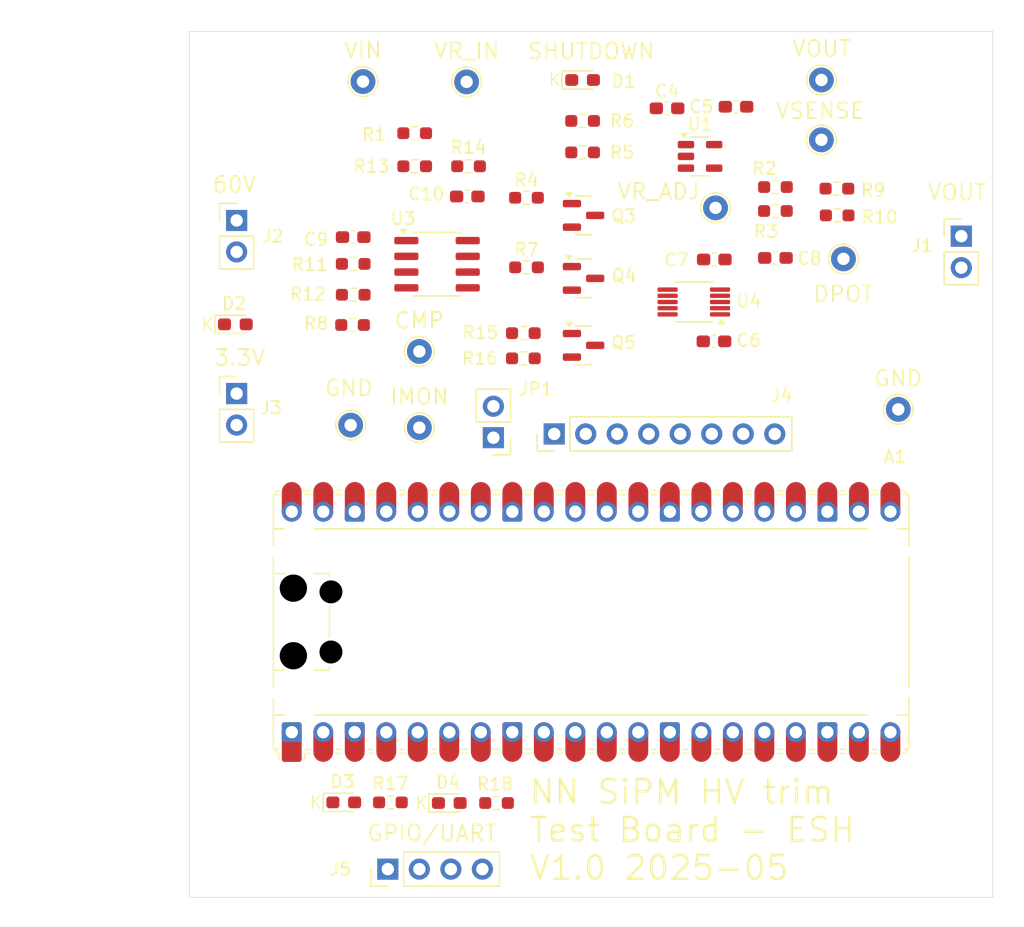
<source format=kicad_pcb>
(kicad_pcb (version 20241229) (generator "pcbnew") (generator_version "9.0")
  (layers (0 "F.Cu" signal) (4 "In1.Cu" signal) (6 "In2.Cu" signal) (2 "B.Cu" signal) (13 "F.Paste" user) (15 "B.Paste" user) (5 "F.SilkS" user "F.Silkscreen") (7 "B.SilkS" user "B.Silkscreen") (1 "F.Mask" user) (3 "B.Mask" user) (25 "Edge.Cuts" user))
  (net 0 "")
  (net 1 "/IMON")
  (net 2 "/SHDN")
  (net 4 "/RESET")
  (net 6 "/SDA")
  (net 8 "/LED2")
  (net 9 "/VSENSE")
  (net 10 "/GP0{slash}TX")
  (net 11 "Net-(U1-VIN)")
  (net 12 "/GP2")
  (net 13 "Net-(U3-V_{IN+})")
  (net 16 "Net-(U3-V_{IN-})")
  (net 19 "/LED1")
  (net 24 "Net-(D2-A)")
  (net 25 "/GP1{slash}RX")
  (net 30 "Net-(Q3-G)")
  (net 35 "GND")
  (net 36 "Net-(J2-Pin_1)")
  (net 37 "Net-(Q5-D)")
  (net 38 "+3.3V")
  (net 39 "Net-(U4-EXT_CAP)")
  (net 40 "Net-(U1-ADJ)")
  (net 41 "Net-(D1-A)")
  (net 42 "Net-(J1-Pin_1)")
  (net 43 "/SCLK")
  (net 44 "/SHUTDOWN")
  (net 45 "/~{SYNC}")
  (net 46 "Net-(U4-A)")
  (net 47 "Net-(U3-CMP_{IN})")
  (net 49 "Net-(D3-A)")
  (net 50 "Net-(D4-A)")
  (net 51 "Net-(A1-3V3)")
  (footprint "Package_TO_SOT_SMD:SOT-23" (layer "F.Cu") (at 114.3277 68.4936)
    (property "Reference" "Q5" (at 3.2235 -0.2184 0) (layer "F.SilkS"))
    (property "Value" "BSS138")
    (pad "1" smd roundrect (at -0.9375 -0.95) (size 1.475 0.6) (layers "F.Cu" "F.Mask" "F.Paste") (net 4 "/RESET"))
    (pad "2" smd roundrect (at -0.9375 0.95) (size 1.475 0.6) (layers "F.Cu" "F.Mask" "F.Paste") (net 35 "GND"))
    (pad "3" smd roundrect (at 0.9375 0) (size 1.475 0.6) (layers "F.Cu" "F.Mask" "F.Paste") (net 37 "Net-(Q5-D)"))
  )
  (footprint "my_tp:tp_SMT_label2" (layer "F.Cu") (at 101.092 75.1332)
    (property "Reference" "TP7" (hide yes))
    (property "Value" "IMON")
    (property "Label" "IMON" (at 0 -2.5 0) (layer "F.SilkS") (effects (font (size 1.27 1.27) (thickness 0.1524))))
    (pad "1" thru_hole circle (at 0 0) (size 2 2) (drill 1) (layers "*.Cu" "*.Mask") (net 1 "/IMON"))
  )
  (footprint "Capacitor_SMD:C_0603_1608Metric_Pad1.08x0.95mm_HandSolder" (layer "F.Cu") (at 129.7952 61.4426)
    (property "Reference" "C8" (at 2.742 0.0254 0) (layer "F.SilkS"))
    (property "Value" "N/A")
    (pad "1" smd roundrect (at -0.8625 0) (size 1.075 0.95) (layers "F.Cu" "F.Mask" "F.Paste") (net 40 "Net-(U1-ADJ)"))
    (pad "2" smd roundrect (at 0.8625 0) (size 1.075 0.95) (layers "F.Cu" "F.Mask" "F.Paste") (net 35 "GND"))
  )
  (footprint "Resistor_SMD:R_0603_1608Metric_Pad0.98x0.95mm_HandSolder" (layer "F.Cu") (at 105.0586 54.0512 180)
    (property "Reference" "R14" (at 0 1.524 0) (layer "F.SilkS"))
    (property "Value" "0R")
    (pad "1" smd roundrect (at -0.9125 0 180) (size 0.975 0.95) (layers "F.Cu" "F.Mask" "F.Paste") (net 16 "Net-(U3-V_{IN-})"))
    (pad "2" smd roundrect (at 0.9125 0 180) (size 0.975 0.95) (layers "F.Cu" "F.Mask" "F.Paste") (net 11 "Net-(U1-VIN)"))
  )
  (footprint "Resistor_SMD:R_0603_1608Metric_Pad0.98x0.95mm_HandSolder" (layer "F.Cu") (at 134.7512 55.8546)
    (property "Reference" "R9" (at 2.921 0.127 0) (layer "F.SilkS"))
    (property "Value" "200k 1%")
    (pad "1" smd roundrect (at -0.9125 0) (size 0.975 0.95) (layers "F.Cu" "F.Mask" "F.Paste") (net 42 "Net-(J1-Pin_1)"))
    (pad "2" smd roundrect (at 0.9125 0) (size 0.975 0.95) (layers "F.Cu" "F.Mask" "F.Paste") (net 9 "/VSENSE"))
  )
  (footprint "Capacitor_SMD:C_0603_1608Metric_Pad1.08x0.95mm_HandSolder" (layer "F.Cu") (at 121.0587 49.3776 180)
    (property "Reference" "C4" (at 0 1.397 0) (layer "F.SilkS"))
    (property "Value" "1uF")
    (pad "1" smd roundrect (at -0.8625 0 180) (size 1.075 0.95) (layers "F.Cu" "F.Mask" "F.Paste") (net 11 "Net-(U1-VIN)"))
    (pad "2" smd roundrect (at 0.8625 0 180) (size 1.075 0.95) (layers "F.Cu" "F.Mask" "F.Paste") (net 35 "GND"))
  )
  (footprint "my_smt_led:my_SMT_0603" (layer "F.Cu") (at 114.2492 47.0916)
    (property "Reference" "D1" (at 3.302 0.1016 0) (layer "F.SilkS"))
    (property "Value" "LED")
    (fp_text user "K" (at -2.8 0.6 0) (layer "F.SilkS") (effects (font (thickness 0.1)) (justify left bottom)))
    (pad "1" smd roundrect (at -0.875 0) (size 1.05 0.95) (layers "F.Cu" "F.Mask" "F.Paste") (net 2 "/SHDN"))
    (pad "2" smd roundrect (at 0.875 0) (size 1.05 0.95) (layers "F.Cu" "F.Mask" "F.Paste") (net 41 "Net-(D1-A)"))
  )
  (footprint "Connector_PinHeader_2.54mm:PinHeader_1x02_P2.54mm_Vertical" (layer "F.Cu") (at 86.36 72.385)
    (property "Reference" "J3" (at 2.794 1.148 0) (layer "F.SilkS"))
    (property "Value" "Conn_01x02")
    (pad "1" thru_hole rect (at 0 0) (size 1.7 1.7) (drill 1) (layers "*.Cu" "*.Mask") (net 38 "+3.3V"))
    (pad "2" thru_hole circle (at 0 2.54) (size 1.7 1.7) (drill 1) (layers "*.Cu" "*.Mask") (net 35 "GND"))
  )
  (footprint "Resistor_SMD:R_0603_1608Metric_Pad0.98x0.95mm_HandSolder" (layer "F.Cu") (at 129.794 57.658)
    (property "Reference" "R3" (at -0.762 1.651 0) (layer "F.SilkS"))
    (property "Value" "50.0k 1%")
    (pad "1" smd roundrect (at -0.9125 0) (size 0.975 0.95) (layers "F.Cu" "F.Mask" "F.Paste") (net 40 "Net-(U1-ADJ)"))
    (pad "2" smd roundrect (at 0.9125 0) (size 0.975 0.95) (layers "F.Cu" "F.Mask" "F.Paste") (net 46 "Net-(U4-A)"))
  )
  (footprint "Connector_PinHeader_2.54mm:PinHeader_1x02_P2.54mm_Vertical" (layer "F.Cu") (at 86.36 58.42)
    (property "Reference" "J2" (at 2.921 1.275 0) (layer "F.SilkS"))
    (property "Value" "Conn_01x02")
    (pad "1" thru_hole rect (at 0 0) (size 1.7 1.7) (drill 1) (layers "*.Cu" "*.Mask") (net 36 "Net-(J2-Pin_1)"))
    (pad "2" thru_hole circle (at 0 2.54) (size 1.7 1.7) (drill 1) (layers "*.Cu" "*.Mask") (net 35 "GND"))
  )
  (footprint "Capacitor_SMD:C_0603_1608Metric_Pad1.08x0.95mm_HandSolder" (layer "F.Cu") (at 126.6202 49.2506 180)
    (property "Reference" "C5" (at 2.794 0 0) (layer "F.SilkS"))
    (property "Value" "1.0uF")
    (pad "1" smd roundrect (at -0.8625 0 180) (size 1.075 0.95) (layers "F.Cu" "F.Mask" "F.Paste") (net 42 "Net-(J1-Pin_1)"))
    (pad "2" smd roundrect (at 0.8625 0 180) (size 1.075 0.95) (layers "F.Cu" "F.Mask" "F.Paste") (net 35 "GND"))
  )
  (footprint "Resistor_SMD:R_0603_1608Metric_Pad0.98x0.95mm_HandSolder" (layer "F.Cu") (at 134.7747 58.0136 180)
    (property "Reference" "R10" (at -3.429 -0.127 0) (layer "F.SilkS"))
    (property "Value" "10.0k 1%")
    (pad "1" smd roundrect (at -0.9125 0 180) (size 0.975 0.95) (layers "F.Cu" "F.Mask" "F.Paste") (net 9 "/VSENSE"))
    (pad "2" smd roundrect (at 0.9125 0 180) (size 0.975 0.95) (layers "F.Cu" "F.Mask" "F.Paste") (net 35 "GND"))
  )
  (footprint "Resistor_SMD:R_0603_1608Metric_Pad0.98x0.95mm_HandSolder" (layer "F.Cu") (at 109.728 56.5912)
    (property "Reference" "R4" (at 0 -1.43 0) (layer "F.SilkS"))
    (property "Value" "4.7k")
    (pad "1" smd roundrect (at -0.9125 0) (size 0.975 0.95) (layers "F.Cu" "F.Mask" "F.Paste") (net 38 "+3.3V"))
    (pad "2" smd roundrect (at 0.9125 0) (size 0.975 0.95) (layers "F.Cu" "F.Mask" "F.Paste") (net 30 "Net-(Q3-G)"))
  )
  (footprint "Capacitor_SMD:C_0603_1608Metric_Pad1.08x0.95mm_HandSolder" (layer "F.Cu") (at 104.957 56.4896)
    (property "Reference" "C10" (at -3.3062 -0.2032 0) (layer "F.SilkS"))
    (property "Value" "~")
    (pad "1" smd roundrect (at -0.8625 0) (size 1.075 0.95) (layers "F.Cu" "F.Mask" "F.Paste") (net 13 "Net-(U3-V_{IN+})"))
    (pad "2" smd roundrect (at 0.8625 0) (size 1.075 0.95) (layers "F.Cu" "F.Mask" "F.Paste") (net 16 "Net-(U3-V_{IN-})"))
  )
  (footprint "Resistor_SMD:R_0603_1608Metric_Pad0.98x0.95mm_HandSolder" (layer "F.Cu") (at 100.7152 54.0512 180)
    (property "Reference" "R13" (at 3.484 0 0) (layer "F.SilkS"))
    (property "Value" "0R")
    (pad "1" smd roundrect (at -0.9125 0 180) (size 0.975 0.95) (layers "F.Cu" "F.Mask" "F.Paste") (net 13 "Net-(U3-V_{IN+})"))
    (pad "2" smd roundrect (at 0.9125 0 180) (size 0.975 0.95) (layers "F.Cu" "F.Mask" "F.Paste") (net 36 "Net-(J2-Pin_1)"))
  )
  (footprint "Resistor_SMD:R_0603_1608Metric_Pad0.98x0.95mm_HandSolder" (layer "F.Cu") (at 109.4759 69.5452)
    (property "Reference" "R16" (at -3.5052 0 0) (layer "F.SilkS"))
    (property "Value" "100k")
    (pad "1" smd roundrect (at -0.9125 0) (size 0.975 0.95) (layers "F.Cu" "F.Mask" "F.Paste") (net 4 "/RESET"))
    (pad "2" smd roundrect (at 0.9125 0) (size 0.975 0.95) (layers "F.Cu" "F.Mask" "F.Paste") (net 35 "GND"))
  )
  (footprint "my_smt_led:my_SMT_0603" (layer "F.Cu") (at 94.996 105.3592)
    (property "Reference" "D3" (at -0.1016 -1.6764 0) (layer "F.SilkS"))
    (property "Value" "LED")
    (fp_text user "K" (at -2.8 0.6 0) (layer "F.SilkS") (effects (font (thickness 0.1)) (justify left bottom)))
    (pad "1" smd roundrect (at -0.875 0) (size 1.05 0.95) (layers "F.Cu" "F.Mask" "F.Paste") (net 35 "GND"))
    (pad "2" smd roundrect (at 0.875 0) (size 1.05 0.95) (layers "F.Cu" "F.Mask" "F.Paste") (net 49 "Net-(D3-A)"))
  )
  (footprint "my_tp:tp_SMT_label2" (layer "F.Cu") (at 133.5047 47.0916)
    (property "Reference" "TP4" (hide yes))
    (property "Value" "OUTPUT")
    (property "Label" "VOUT" (at 0 -2.54 180) (layer "F.SilkS") (effects (font (size 1.27 1.27) (thickness 0.1524))))
    (pad "1" thru_hole circle (at 0 0) (size 2 2) (drill 1) (layers "*.Cu" "*.Mask") (net 42 "Net-(J1-Pin_1)"))
  )
  (footprint "my_smt_led:my_SMT_0603" (layer "F.Cu") (at 86.2584 66.802)
    (property "Reference" "D2" (at -0.1016 -1.6764 0) (layer "F.SilkS"))
    (property "Value" "LED")
    (fp_text user "K" (at -2.8 0.6 0) (layer "F.SilkS") (effects (font (thickness 0.1)) (justify left bottom)))
    (pad "1" smd roundrect (at -0.875 0) (size 1.05 0.95) (layers "F.Cu" "F.Mask" "F.Paste") (net 35 "GND"))
    (pad "2" smd roundrect (at 0.875 0) (size 1.05 0.95) (layers "F.Cu" "F.Mask" "F.Paste") (net 24 "Net-(D2-A)"))
  )
  (footprint "Resistor_SMD:R_0603_1608Metric_Pad0.98x0.95mm_HandSolder" (layer "F.Cu") (at 109.474 67.5132 180)
    (property "Reference" "R15" (at 3.4525 0.0508 0) (layer "F.SilkS"))
    (property "Value" "10k")
    (pad "1" smd roundrect (at -0.9125 0 180) (size 0.975 0.95) (layers "F.Cu" "F.Mask" "F.Paste") (net 38 "+3.3V"))
    (pad "2" smd roundrect (at 0.9125 0 180) (size 0.975 0.95) (layers "F.Cu" "F.Mask" "F.Paste") (net 37 "Net-(Q5-D)"))
  )
  (footprint "Package_SO:SOIC-8_3.9x4.9mm_P1.27mm" (layer "F.Cu") (at 102.5167 61.9506)
    (property "Reference" "U3" (at -2.7455 -3.683 0) (layer "F.SilkS"))
    (property "Value" "INA201")
    (pad "1" smd roundrect (at -2.475 -1.905) (size 1.95 0.6) (layers "F.Cu" "F.Mask" "F.Paste") (net 38 "+3.3V"))
    (pad "2" smd roundrect (at -2.475 -0.635) (size 1.95 0.6) (layers "F.Cu" "F.Mask" "F.Paste") (net 1 "/IMON"))
    (pad "3" smd roundrect (at -2.475 0.635) (size 1.95 0.6) (layers "F.Cu" "F.Mask" "F.Paste") (net 47 "Net-(U3-CMP_{IN})"))
    (pad "4" smd roundrect (at -2.475 1.905) (size 1.95 0.6) (layers "F.Cu" "F.Mask" "F.Paste") (net 35 "GND"))
    (pad "5" smd roundrect (at 2.475 1.905) (size 1.95 0.6) (layers "F.Cu" "F.Mask" "F.Paste") (net 37 "Net-(Q5-D)"))
    (pad "6" smd roundrect (at 2.475 0.635) (size 1.95 0.6) (layers "F.Cu" "F.Mask" "F.Paste") (net 30 "Net-(Q3-G)"))
    (pad "7" smd roundrect (at 2.475 -0.635) (size 1.95 0.6) (layers "F.Cu" "F.Mask" "F.Paste") (net 16 "Net-(U3-V_{IN-})"))
    (pad "8" smd roundrect (at 2.475 -1.905) (size 1.95 0.6) (layers "F.Cu" "F.Mask" "F.Paste") (net 13 "Net-(U3-V_{IN+})"))
  )
  (footprint "Resistor_SMD:R_0603_1608Metric_Pad0.98x0.95mm_HandSolder" (layer "F.Cu") (at 109.7322 62.2046)
    (property "Reference" "R7" (at 0 -1.43 0) (layer "F.SilkS"))
    (property "Value" "100k")
    (pad "1" smd roundrect (at -0.9125 0) (size 0.975 0.95) (layers "F.Cu" "F.Mask" "F.Paste") (net 44 "/SHUTDOWN"))
    (pad "2" smd roundrect (at 0.9125 0) (size 0.975 0.95) (layers "F.Cu" "F.Mask" "F.Paste") (net 35 "GND"))
  )
  (footprint "Connector_PinHeader_2.54mm:PinHeader_1x04_P2.54mm_Vertical" (layer "F.Cu") (at 98.552 110.744 90)
    (property "Reference" "J5" (at 0 -3.81 180) (layer "F.SilkS"))
    (property "Value" "Conn_01x04")
    (pad "1" thru_hole rect (at 0 0 90) (size 1.7 1.7) (drill 1) (layers "*.Cu" "*.Mask") (net 10 "/GP0{slash}TX"))
    (pad "2" thru_hole circle (at 0 2.54 90) (size 1.7 1.7) (drill 1) (layers "*.Cu" "*.Mask") (net 25 "/GP1{slash}RX"))
    (pad "3" thru_hole circle (at 0 5.08 90) (size 1.7 1.7) (drill 1) (layers "*.Cu" "*.Mask") (net 12 "/GP2"))
    (pad "4" thru_hole circle (at 0 7.62 90) (size 1.7 1.7) (drill 1) (layers "*.Cu" "*.Mask") (net 35 "GND"))
  )
  (footprint "Resistor_SMD:R_0603_1608Metric_Pad0.98x0.95mm_HandSolder" (layer "F.Cu") (at 98.7552 105.3592 180)
    (property "Reference" "R17" (at 0 1.524 0) (layer "F.SilkS"))
    (property "Value" "1.5k")
    (pad "1" smd roundrect (at -0.9125 0 180) (size 0.975 0.95) (layers "F.Cu" "F.Mask" "F.Paste") (net 19 "/LED1"))
    (pad "2" smd roundrect (at 0.9125 0 180) (size 0.975 0.95) (layers "F.Cu" "F.Mask" "F.Paste") (net 49 "Net-(D3-A)"))
  )
  (footprint "Resistor_SMD:R_0603_1608Metric_Pad0.98x0.95mm_HandSolder" (layer "F.Cu") (at 107.315 105.41 180)
    (property "Reference" "R18" (at 0.127 1.524 0) (layer "F.SilkS"))
    (property "Value" "1.5k")
    (pad "1" smd roundrect (at -0.9125 0 180) (size 0.975 0.95) (layers "F.Cu" "F.Mask" "F.Paste") (net 8 "/LED2"))
    (pad "2" smd roundrect (at 0.9125 0 180) (size 0.975 0.95) (layers "F.Cu" "F.Mask" "F.Paste") (net 50 "Net-(D4-A)"))
  )
  (footprint "MountingHole:MountingHole_4.3mm_M4" (layer "F.Cu") (at 87.63 107.95)
    (property "Reference" "H3" (hide yes))
    (property "Value" "MountingHole")
    (pad "" np_thru_hole circle (at 0 0) (size 4.3 4.3) (drill 4.3) (layers "*.Cu" "*.Mask"))
  )
  (footprint "Package_TO_SOT_SMD:SOT-23-5" (layer "F.Cu") (at 123.7202 53.2536)
    (property "Reference" "U1" (at 0 -2.601 0) (layer "F.SilkS"))
    (property "Value" "LT3014xS5")
    (pad "1" smd roundrect (at -1.1375 -0.95) (size 1.325 0.6) (layers "F.Cu" "F.Mask" "F.Paste") (net 11 "Net-(U1-VIN)"))
    (pad "2" smd roundrect (at -1.1375 0) (size 1.325 0.6) (layers "F.Cu" "F.Mask" "F.Paste") (net 35 "GND"))
    (pad "3" smd roundrect (at -1.1375 0.95) (size 1.325 0.6) (layers "F.Cu" "F.Mask" "F.Paste") (net 2 "/SHDN"))
    (pad "4" smd roundrect (at 1.1375 0.95) (size 1.325 0.6) (layers "F.Cu" "F.Mask" "F.Paste") (net 40 "Net-(U1-ADJ)"))
    (pad "5" smd roundrect (at 1.1375 -0.95) (size 1.325 0.6) (layers "F.Cu" "F.Mask" "F.Paste") (net 42 "Net-(J1-Pin_1)"))
  )
  (footprint "my_tp:tp_SMT_label2" (layer "F.Cu") (at 139.7 73.66)
    (property "Reference" "TP10" (hide yes))
    (property "Value" "GND")
    (property "Label" "GND" (at 0 -2.5 0) (layer "F.SilkS") (effects (font (size 1.27 1.27) (thickness 0.1524))))
    (pad "1" thru_hole circle (at 0 0) (size 2 2) (drill 1) (layers "*.Cu" "*.Mask") (net 35 "GND"))
  )
  (footprint "Resistor_SMD:R_0603_1608Metric_Pad0.98x0.95mm_HandSolder" (layer "F.Cu") (at 95.7072 66.8528)
    (property "Reference" "R8" (at -2.9445 -0.127 0) (layer "F.SilkS"))
    (property "Value" "1.5k")
    (pad "1" smd roundrect (at -0.9125 0) (size 0.975 0.95) (layers "F.Cu" "F.Mask" "F.Paste") (net 38 "+3.3V"))
    (pad "2" smd roundrect (at 0.9125 0) (size 0.975 0.95) (layers "F.Cu" "F.Mask" "F.Paste") (net 24 "Net-(D2-A)"))
  )
  (footprint "Resistor_SMD:R_0603_1608Metric_Pad0.98x0.95mm_HandSolder" (layer "F.Cu") (at 129.7982 55.7276 180)
    (property "Reference" "R2" (at 0.8932 1.4986 0) (layer "F.SilkS"))
    (property "Value" "2.50M 1%")
    (pad "1" smd roundrect (at -0.9125 0 180) (size 0.975 0.95) (layers "F.Cu" "F.Mask" "F.Paste") (net 42 "Net-(J1-Pin_1)"))
    (pad "2" smd roundrect (at 0.9125 0 180) (size 0.975 0.95) (layers "F.Cu" "F.Mask" "F.Paste") (net 40 "Net-(U1-ADJ)"))
  )
  (footprint "Connector_PinHeader_2.54mm:PinHeader_1x02_P2.54mm_Vertical" (layer "F.Cu") (at 107.061 75.946 180)
    (property "Reference" "JP1" (at -3.429 3.937 0) (layer "F.SilkS"))
    (property "Value" "Jumper_2_Open")
    (pad "1" thru_hole rect (at 0 0 180) (size 1.7 1.7) (drill 1) (layers "*.Cu" "*.Mask") (net 51 "Net-(A1-3V3)"))
    (pad "2" thru_hole circle (at 0 2.54 180) (size 1.7 1.7) (drill 1) (layers "*.Cu" "*.Mask") (net 38 "+3.3V"))
  )
  (footprint "MountingHole:MountingHole_4.3mm_M4" (layer "F.Cu") (at 142.24 48.26)
    (property "Reference" "H2" (hide yes))
    (property "Value" "MountingHole")
    (pad "" np_thru_hole circle (at 0 0) (size 4.3 4.3) (drill 4.3) (layers "*.Cu" "*.Mask"))
  )
  (footprint "Resistor_SMD:R_0603_1608Metric_Pad0.98x0.95mm_HandSolder" (layer "F.Cu") (at 95.7599 64.4144)
    (property "Reference" "R12" (at -3.6595 -0.0508 0) (layer "F.SilkS"))
    (property "Value" "140k")
    (pad "1" smd roundrect (at -0.9125 0) (size 0.975 0.95) (layers "F.Cu" "F.Mask" "F.Paste") (net 47 "Net-(U3-CMP_{IN})"))
    (pad "2" smd roundrect (at 0.9125 0) (size 0.975 0.95) (layers "F.Cu" "F.Mask" "F.Paste") (net 35 "GND"))
  )
  (footprint "Resistor_SMD:R_0603_1608Metric_Pad0.98x0.95mm_HandSolder" (layer "F.Cu") (at 100.7152 51.3842)
    (property "Reference" "R1" (at -3.2808 0.127 0) (layer "F.SilkS"))
    (property "Value" "3.00 1%")
    (pad "1" smd roundrect (at -0.9125 0) (size 0.975 0.95) (layers "F.Cu" "F.Mask" "F.Paste") (net 36 "Net-(J2-Pin_1)"))
    (pad "2" smd roundrect (at 0.9125 0) (size 0.975 0.95) (layers "F.Cu" "F.Mask" "F.Paste") (net 11 "Net-(U1-VIN)"))
  )
  (footprint "MountingHole:MountingHole_4.3mm_M4" (layer "F.Cu") (at 87.63 48.26)
    (property "Reference" "H1" (hide yes))
    (property "Value" "MountingHole")
    (pad "" np_thru_hole circle (at 0 0) (size 4.3 4.3) (drill 4.3) (layers "*.Cu" "*.Mask"))
  )
  (footprint "my_tp:tp_SMT_label2" (layer "F.Cu") (at 95.5548 74.93)
    (property "Reference" "TP9" (hide yes))
    (property "Value" "GND")
    (property "Label" "GND" (at -0.1524 -2.9972 0) (layer "F.SilkS") (effects (font (size 1.27 1.27) (thickness 0.1524))))
    (pad "1" thru_hole circle (at 0 0) (size 2 2) (drill 1) (layers "*.Cu" "*.Mask") (net 35 "GND"))
  )
  (footprint "Resistor_SMD:R_0603_1608Metric_Pad0.98x0.95mm_HandSolder" (layer "F.Cu") (at 114.2511 50.3936 180)
    (property "Reference" "R6" (at -3.175 0 0) (layer "F.SilkS"))
    (property "Value" "1.5k")
    (pad "1" smd roundrect (at -0.9125 0 180) (size 0.975 0.95) (layers "F.Cu" "F.Mask" "F.Paste") (net 38 "+3.3V"))
    (pad "2" smd roundrect (at 0.9125 0 180) (size 0.975 0.95) (layers "F.Cu" "F.Mask" "F.Paste") (net 41 "Net-(D1-A)"))
  )
  (footprint "Resistor_SMD:R_0603_1608Metric_Pad0.98x0.95mm_HandSolder" (layer "F.Cu") (at 95.7599 61.9252 180)
    (property "Reference" "R11" (at 3.5071 -0.0508 0) (layer "F.SilkS"))
    (property "Value" "210k")
    (pad "1" smd roundrect (at -0.9125 0 180) (size 0.975 0.95) (layers "F.Cu" "F.Mask" "F.Paste") (net 1 "/IMON"))
    (pad "2" smd roundrect (at 0.9125 0 180) (size 0.975 0.95) (layers "F.Cu" "F.Mask" "F.Paste") (net 47 "Net-(U3-CMP_{IN})"))
  )
  (footprint "Capacitor_SMD:C_0603_1608Metric_Pad1.08x0.95mm_HandSolder" (layer "F.Cu") (at 124.8422 68.1736 180)
    (property "Reference" "C6" (at -2.7928 0.0762 0) (layer "F.SilkS"))
    (property "Value" "10nF")
    (pad "1" smd roundrect (at -0.8625 0 180) (size 1.075 0.95) (layers "F.Cu" "F.Mask" "F.Paste") (net 38 "+3.3V"))
    (pad "2" smd roundrect (at 0.8625 0 180) (size 1.075 0.95) (layers "F.Cu" "F.Mask" "F.Paste") (net 35 "GND"))
  )
  (footprint "my_smt_led:my_SMT_0603" (layer "F.Cu") (at 103.505 105.41)
    (property "Reference" "D4" (at -0.1016 -1.6764 0) (layer "F.SilkS"))
    (property "Value" "LED")
    (fp_text user "K" (at -2.8 0.6 0) (layer "F.SilkS") (effects (font (thickness 0.1)) (justify left bottom)))
    (pad "1" smd roundrect (at -0.875 0) (size 1.05 0.95) (layers "F.Cu" "F.Mask" "F.Paste") (net 35 "GND"))
    (pad "2" smd roundrect (at 0.875 0) (size 1.05 0.95) (layers "F.Cu" "F.Mask" "F.Paste") (net 50 "Net-(D4-A)"))
  )
  (footprint "Capacitor_SMD:C_0603_1608Metric_Pad1.08x0.95mm_HandSolder" (layer "F.Cu") (at 124.8687 61.5696)
    (property "Reference" "C7" (at -3.0503 0.0508 0) (layer "F.SilkS"))
    (property "Value" "1uF")
    (pad "1" smd roundrect (at -0.8625 0) (size 1.075 0.95) (layers "F.Cu" "F.Mask" "F.Paste") (net 39 "Net-(U4-EXT_CAP)"))
    (pad "2" smd roundrect (at 0.8625 0) (size 1.075 0.95) (layers "F.Cu" "F.Mask" "F.Paste") (net 35 "GND"))
  )
  (footprint "my_tp:tp_SMT_label2" (layer "F.Cu") (at 135.2804 61.5188)
    (property "Reference" "TP1" (hide yes))
    (property "Value" "DPOT")
    (property "Label" "DPOT" (at 0 2.8448 0) (layer "F.SilkS") (effects (font (size 1.27 1.27) (thickness 0.1524))))
    (pad "1" thru_hole circle (at 0 0) (size 2 2) (drill 1) (layers "*.Cu" "*.Mask") (net 46 "Net-(U4-A)"))
  )
  (footprint "my_tp:tp_SMT_label2" (layer "F.Cu") (at 104.902 47.244)
    (property "Reference" "TP3" (hide yes))
    (property "Value" "VR_IN")
    (property "Label" "VR_IN" (at 0 -2.5 0) (layer "F.SilkS") (effects (font (size 1.27 1.27) (thickness 0.1524))))
    (pad "1" thru_hole circle (at 0 0) (size 2 2) (drill 1) (layers "*.Cu" "*.Mask") (net 11 "Net-(U1-VIN)"))
  )
  (footprint "Capacitor_SMD:C_0603_1608Metric_Pad1.08x0.95mm_HandSolder" (layer "F.Cu") (at 95.7603 59.7662 180)
    (property "Reference" "C9" (at 2.9995 -0.1778 0) (layer "F.SilkS"))
    (property "Value" "10nF")
    (pad "1" smd roundrect (at -0.8625 0 180) (size 1.075 0.95) (layers "F.Cu" "F.Mask" "F.Paste") (net 38 "+3.3V"))
    (pad "2" smd roundrect (at 0.8625 0 180) (size 1.075 0.95) (layers "F.Cu" "F.Mask" "F.Paste") (net 35 "GND"))
  )
  (footprint "Module:RaspberryPi_Pico_Common_Unspecified" (layer "F.Cu") (at 114.935 90.805 90)
    (property "Reference" "A1" (at 13.335 23.495 0) (layer "F.SilkS") (effects (justify left)))
    (property "Value" "RaspberryPi_Pico")
    (pad "" np_thru_hole circle (at -2.725 -24 90) (size 2.2 2.2) (drill 2.2) (layers "*.Mask"))
    (pad "" np_thru_hole circle (at -2.425 -20.97 90) (size 1.85 1.85) (drill 1.85) (layers "*.Mask"))
    (pad "" np_thru_hole circle (at 2.425 -20.97 90) (size 1.85 1.85) (drill 1.85) (layers "*.Mask"))
    (pad "" np_thru_hole circle (at 2.725 -24 90) (size 2.2 2.2) (drill 2.2) (layers "*.Mask"))
    (pad "1" smd custom (at -9.69 -24.13 90) (size 1.6 0.8) (layers "F.Cu" "F.Mask") (net 19 "/LED1") (options (clearance outline) (anchor rect)) (primitives (gr_circle (center 0.8 0) (end 1.6 0) (width 0) (fill yes)) (gr_poly (pts (xy -1.6 -0.6) (xy -1.6 0.6) (xy -1.4 0.8) (xy 0.8 0.8) (xy 0.8 -0.8) (xy -1.4 -0.8)) (width 0) (fill yes)) (gr_circle (center -1.4 -0.6) (end -1.2 -0.6) (width 0) (fill yes)) (gr_circle (center -1.4 0.6) (end -1.2 0.6) (width 0) (fill yes))))
    (pad "1" thru_hole roundrect (at -8.89 -24.13 90) (size 1.6 1.6) (drill 1) (layers "*.Cu" "*.Mask") (roundrect_rratio 0.125) (net 19 "/LED1"))
    (pad "2" smd roundrect (at -9.69 -21.59 90) (size 3.2 1.6) (layers "F.Cu" "F.Mask") (roundrect_rratio 0.5) (net 8 "/LED2"))
    (pad "2" thru_hole circle (at -8.89 -21.59 90) (size 1.6 1.6) (drill 1) (layers "*.Cu" "*.Mask") (net 8 "/LED2"))
    (pad "3" smd custom (at -9.69 -19.05 90) (size 1.6 0.8) (layers "F.Cu" "F.Mask") (net 35 "GND") (options (clearance outline) (anchor rect)) (primitives (gr_circle (center -0.8 0) (end 0 0) (width 0) (fill yes)) (gr_poly (pts (xy 1.6 -0.6) (xy 1.6 0.6) (xy 1.4 0.8) (xy -0.8 0.8) (xy -0.8 -0.8) (xy 1.4 -0.8)) (width 0) (fill yes)) (gr_circle (center 1.4 -0.6) (end 1.6 -0.6) (width 0) (fill yes)) (gr_circle (center 1.4 0.6) (end 1.6 0.6) (width 0) (fill yes))))
    (pad "3" thru_hole custom (at -8.89 -19.05 90) (size 1.6 1.6) (drill 1) (layers "*.Cu" "*.Mask") (net 35 "GND") (options (clearance outline) (anchor circle)) (primitives (gr_poly (pts (xy 0.8 0.6) (xy 0.8 -0.6) (xy 0.6 -0.8) (xy 0 -0.8) (xy 0 0.8) (xy 0.6 0.8)) (width 0) (fill yes)) (gr_circle (center 0.6 0.6) (end 0.8 0.6) (width 0) (fill yes)) (gr_circle (center 0.6 -0.6) (end 0.8 -0.6) (width 0) (fill yes))))
    (pad "4" smd roundrect (at -9.69 -16.51 90) (size 3.2 1.6) (layers "F.Cu" "F.Mask") (roundrect_rratio 0.5))
    (pad "4" thru_hole circle (at -8.89 -16.51 90) (size 1.6 1.6) (drill 1) (layers "*.Cu" "*.Mask"))
    (pad "5" smd roundrect (at -9.69 -13.97 90) (size 3.2 1.6) (layers "F.Cu" "F.Mask") (roundrect_rratio 0.5))
    (pad "5" thru_hole circle (at -8.89 -13.97 90) (size 1.6 1.6) (drill 1) (layers "*.Cu" "*.Mask"))
    (pad "6" smd roundrect (at -9.69 -11.43 90) (size 3.2 1.6) (layers "F.Cu" "F.Mask") (roundrect_rratio 0.5) (net 10 "/GP0{slash}TX"))
    (pad "6" thru_hole circle (at -8.89 -11.43 90) (size 1.6 1.6) (drill 1) (layers "*.Cu" "*.Mask") (net 10 "/GP0{slash}TX"))
    (pad "7" smd roundrect (at -9.69 -8.89 90) (size 3.2 1.6) (layers "F.Cu" "F.Mask") (roundrect_rratio 0.5) (net 25 "/GP1{slash}RX"))
    (pad "7" thru_hole circle (at -8.89 -8.89 90) (size 1.6 1.6) (drill 1) (layers "*.Cu" "*.Mask") (net 25 "/GP1{slash}RX"))
    (pad "8" smd custom (at -9.69 -6.35 90) (size 1.6 0.8) (layers "F.Cu" "F.Mask") (net 35 "GND") (options (clearance outline) (anchor rect)) (primitives (gr_circle (center -0.8 0) (end 0 0) (width 0) (fill yes)) (gr_poly (pts (xy 1.6 -0.6) (xy 1.6 0.6) (xy 1.4 0.8) (xy -0.8 0.8) (xy -0.8 -0.8) (xy 1.4 -0.8)) (width 0) (fill yes)) (gr_circle (center 1.4 -0.6) (end 1.6 -0.6) (width 0) (fill yes)) (gr_circle (center 1.4 0.6) (end 1.6 0.6) (width 0) (fill yes))))
    (pad "8" thru_hole custom (at -8.89 -6.35 90) (size 1.6 1.6) (drill 1) (layers "*.Cu" "*.Mask") (net 35 "GND") (options (clearance outline) (anchor circle)) (primitives (gr_poly (pts (xy 0.8 0.6) (xy 0.8 -0.6) (xy 0.6 -0.8) (xy 0 -0.8) (xy 0 0.8) (xy 0.6 0.8)) (width 0) (fill yes)) (gr_circle (center 0.6 0.6) (end 0.8 0.6) (width 0) (fill yes)) (gr_circle (center 0.6 -0.6) (end 0.8 -0.6) (width 0) (fill yes))))
    (pad "9" smd roundrect (at -9.69 -3.81 90) (size 3.2 1.6) (layers "F.Cu" "F.Mask") (roundrect_rratio 0.5) (net 12 "/GP2"))
    (pad "9" thru_hole circle (at -8.89 -3.81 90) (size 1.6 1.6) (drill 1) (layers "*.Cu" "*.Mask") (net 12 "/GP2"))
    (pad "10" smd roundrect (at -9.69 -1.27 90) (size 3.2 1.6) (layers "F.Cu" "F.Mask") (roundrect_rratio 0.5))
    (pad "10" thru_hole circle (at -8.89 -1.27 90) (size 1.6 1.6) (drill 1) (layers "*.Cu" "*.Mask"))
    (pad "11" smd roundrect (at -9.69 1.27 90) (size 3.2 1.6) (layers "F.Cu" "F.Mask") (roundrect_rratio 0.5))
    (pad "11" thru_hole circle (at -8.89 1.27 90) (size 1.6 1.6) (drill 1) (layers "*.Cu" "*.Mask"))
    (pad "12" smd roundrect (at -9.69 3.81 90) (size 3.2 1.6) (layers "F.Cu" "F.Mask") (roundrect_rratio 0.5))
    (pad "12" thru_hole circle (at -8.89 3.81 90) (size 1.6 1.6) (drill 1) (layers "*.Cu" "*.Mask"))
    (pad "13" smd custom (at -9.69 6.35 90) (size 1.6 0.8) (layers "F.Cu" "F.Mask") (net 35 "GND") (options (clearance outline) (anchor rect)) (primitives (gr_circle (center -0.8 0) (end 0 0) (width 0) (fill yes)) (gr_poly (pts (xy 1.6 -0.6) (xy 1.6 0.6) (xy 1.4 0.8) (xy -0.8 0.8) (xy -0.8 -0.8) (xy 1.4 -0.8)) (width 0) (fill yes)) (gr_circle (center 1.4 -0.6) (end 1.6 -0.6) (width 0) (fill yes)) (gr_circle (center 1.4 0.6) (end 1.6 0.6) (width 0) (fill yes))))
    (pad "13" thru_hole custom (at -8.89 6.35 90) (size 1.6 1.6) (drill 1) (layers "*.Cu" "*.Mask") (net 35 "GND") (options (clearance outline) (anchor circle)) (primitives (gr_poly (pts (xy 0.8 0.6) (xy 0.8 -0.6) (xy 0.6 -0.8) (xy 0 -0.8) (xy 0 0.8) (xy 0.6 0.8)) (width 0) (fill yes)) (gr_circle (center 0.6 0.6) (end 0.8 0.6) (width 0) (fill yes)) (gr_circle (center 0.6 -0.6) (end 0.8 -0.6) (width 0) (fill yes))))
    (pad "14" smd roundrect (at -9.69 8.89 90) (size 3.2 1.6) (layers "F.Cu" "F.Mask") (roundrect_rratio 0.5))
    (pad "14" thru_hole circle (at -8.89 8.89 90) (size 1.6 1.6) (drill 1) (layers "*.Cu" "*.Mask"))
    (pad "15" smd roundrect (at -9.69 11.43 90) (size 3.2 1.6) (layers "F.Cu" "F.Mask") (roundrect_rratio 0.5))
    (pad "15" thru_hole circle (at -8.89 11.43 90) (size 1.6 1.6) (drill 1) (layers "*.Cu" "*.Mask"))
    (pad "16" smd roundrect (at -9.69 13.97 90) (size 3.2 1.6) (layers "F.Cu" "F.Mask") (roundrect_rratio 0.5))
    (pad "16" thru_hole circle (at -8.89 13.97 90) (size 1.6 1.6) (drill 1) (layers "*.Cu" "*.Mask"))
    (pad "17" smd roundrect (at -9.69 16.51 90) (size 3.2 1.6) (layers "F.Cu" "F.Mask") (roundrect_rratio 0.5))
    (pad "17" thru_hole circle (at -8.89 16.51 90) (size 1.6 1.6) (drill 1) (layers "*.Cu" "*.Mask"))
    (pad "18" smd custom (at -9.69 19.05 90) (size 1.6 0.8) (layers "F.Cu" "F.Mask") (net 35 "GND") (options (clearance outline) (anchor rect)) (primitives (gr_circle (center -0.8 0) (end 0 0) (width 0) (fill yes)) (gr_poly (pts (xy 1.6 -0.6) (xy 1.6 0.6) (xy 1.4 0.8) (xy -0.8 0.8) (xy -0.8 -0.8) (xy 1.4 -0.8)) (width 0) (fill yes)) (gr_circle (center 1.4 -0.6) (end 1.6 -0.6) (width 0) (fill yes)) (gr_circle (center 1.4 0.6) (end 1.6 0.6) (width 0) (fill yes))))
    (pad "18" thru_hole custom (at -8.89 19.05 90) (size 1.6 1.6) (drill 1) (layers "*.Cu" "*.Mask") (net 35 "GND") (options (clearance outline) (anchor circle)) (primitives (gr_poly (pts (xy 0.8 0.6) (xy 0.8 -0.6) (xy 0.6 -0.8) (xy 0 -0.8) (xy 0 0.8) (xy 0.6 0.8)) (width 0) (fill yes)) (gr_circle (center 0.6 0.6) (end 0.8 0.6) (width 0) (fill yes)) (gr_circle (center 0.6 -0.6) (end 0.8 -0.6) (width 0) (fill yes))))
    (pad "19" smd roundrect (at -9.69 21.59 90) (size 3.2 1.6) (layers "F.Cu" "F.Mask") (roundrect_rratio 0.5))
    (pad "19" thru_hole circle (at -8.89 21.59 90) (size 1.6 1.6) (drill 1) (layers "*.Cu" "*.Mask"))
    (pad "20" smd roundrect (at -9.69 24.13 90) (size 3.2 1.6) (layers "F.Cu" "F.Mask") (roundrect_rratio 0.5))
    (pad "20" thru_hole circle (at -8.89 24.13 90) (size 1.6 1.6) (drill 1) (layers "*.Cu" "*.Mask"))
    (pad "21" thru_hole circle (at 8.89 24.13 90) (size 1.6 1.6) (drill 1) (layers "*.Cu" "*.Mask"))
    (pad "21" smd roundrect (at 9.69 24.13 90) (size 3.2 1.6) (layers "F.Cu" "F.Mask") (roundrect_rratio 0.5))
    (pad "22" thru_hole circle (at 8.89 21.59 90) (size 1.6 1.6) (drill 1) (layers "*.Cu" "*.Mask") (net 45 "/~{SYNC}"))
    (pad "22" smd roundrect (at 9.69 21.59 90) (size 3.2 1.6) (layers "F.Cu" "F.Mask") (roundrect_rratio 0.5) (net 45 "/~{SYNC}"))
    (pad "23" thru_hole custom (at 8.89 19.05 90) (size 1.6 1.6) (drill 1) (layers "*.Cu" "*.Mask") (net 35 "GND") (options (clearance outline) (anchor circle)) (primitives (gr_poly (pts (xy -0.8 0.6) (xy -0.8 -0.6) (xy -0.6 -0.8) (xy 0 -0.8) (xy 0 0.8) (xy -0.6 0.8)) (width 0) (fill yes)) (gr_circle (center -0.6 0.6) (end -0.4 0.6) (width 0) (fill yes)) (gr_circle (center -0.6 -0.6) (end -0.4 -0.6) (width 0) (fill yes))))
    (pad "23" smd custom (at 9.69 19.05 90) (size 1.6 0.8) (layers "F.Cu" "F.Mask") (net 35 "GND") (options (clearance outline) (anchor rect)) (primitives (gr_circle (center 0.8 0) (end 1.6 0) (width 0) (fill yes)) (gr_poly (pts (xy -1.6 -0.6) (xy -1.6 0.6) (xy -1.4 0.8) (xy 0.8 0.8) (xy 0.8 -0.8) (xy -1.4 -0.8)) (width 0) (fill yes)) (gr_circle (center -1.4 -0.6) (end -1.2 -0.6) (width 0) (fill yes)) (gr_circle (center -1.4 0.6) (end -1.2 0.6) (width 0) (fill yes))))
    (pad "24" thru_hole circle (at 8.89 16.51 90) (size 1.6 1.6) (drill 1) (layers "*.Cu" "*.Mask") (net 43 "/SCLK"))
    (pad "24" smd roundrect (at 9.69 16.51 90) (size 3.2 1.6) (layers "F.Cu" "F.Mask") (roundrect_rratio 0.5) (net 43 "/SCLK"))
    (pad "25" thru_hole circle (at 8.89 13.97 90) (size 1.6 1.6) (drill 1) (layers "*.Cu" "*.Mask") (net 6 "/SDA"))
    (pad "25" smd roundrect (at 9.69 13.97 90) (size 3.2 1.6) (layers "F.Cu" "F.Mask") (roundrect_rratio 0.5) (net 6 "/SDA"))
    (pad "26" thru_hole circle (at 8.89 11.43 90) (size 1.6 1.6) (drill 1) (layers "*.Cu" "*.Mask") (net 4 "/RESET"))
    (pad "26" smd roundrect (at 9.69 11.43 90) (size 3.2 1.6) (layers "F.Cu" "F.Mask") (roundrect_rratio 0.5) (net 4 "/RESET"))
    (pad "27" thru_hole circle (at 8.89 8.89 90) (size 1.6 1.6) (drill 1) (layers "*.Cu" "*.Mask") (net 2 "/SHDN"))
    (pad "27" smd roundrect (at 9.69 8.89 90) (size 3.2 1.6) (layers "F.Cu" "F.Mask") (roundrect_rratio 0.5) (net 2 "/SHDN"))
    (pad "28" thru_hole custom (at 8.89 6.35 90) (size 1.6 1.6) (drill 1) (layers "*.Cu" "*.Mask") (net 35 "GND") (options (clearance outline) (anchor circle)) (primitives (gr_poly (pts (xy -0.8 0.6) (xy -0.8 -0.6) (xy -0.6 -0.8) (xy 0 -0.8) (xy 0 0.8) (xy -0.6 0.8)) (width 0) (fill yes)) (gr_circle (center -0.6 0.6) (end -0.4 0.6) (width 0) (fill yes)) (gr_circle (center -0.6 -0.6) (end -0.4 -0.6) (width 0) (fill yes))))
    (pad "28" smd custom (at 9.69 6.35 90) (size 1.6 0.8) (layers "F.Cu" "F.Mask") (net 35 "GND") (options (clearance outline) (anchor rect)) (primitives (gr_circle (center 0.8 0) (end 1.6 0) (width 0) (fill yes)) (gr_poly (pts (xy -1.6 -0.6) (xy -1.6 0.6) (xy -1.4 0.8) (xy 0.8 0.8) (xy 0.8 -0.8) (xy -1.4 -0.8)) (width 0) (fill yes)) (gr_circle (center -1.4 -0.6) (end -1.2 -0.6) (width 0) (fill yes)) (gr_circle (center -1.4 0.6) (end -1.2 0.6) (width 0) (fill yes))))
    (pad "29" thru_hole circle (at 8.89 3.81 90) (size 1.6 1.6) (drill 1) (layers "*.Cu" "*.Mask") (net 44 "/SHUTDOWN"))
    (pad "29" smd roundrect (at 9.69 3.81 90) (size 3.2 1.6) (layers "F.Cu" "F.Mask") (roundrect_rratio 0.5) (net 44 "/SHUTDOWN"))
    (pad "30" thru_hole circle (at 8.89 1.27 90) (size 1.6 1.6) (drill 1) (layers "*.Cu" "*.Mask"))
    (pad "30" smd roundrect (at 9.69 1.27 90) (size 3.2 1.6) (layers "F.Cu" "F.Mask") (roundrect_rratio 0.5))
    (pad "31" thru_hole circle (at 8.89 -1.27 90) (size 1.6 1.6) (drill 1) (layers "*.Cu" "*.Mask") (net 1 "/IMON"))
    (pad "31" smd roundrect (at 9.69 -1.27 90) (size 3.2 1.6) (layers "F.Cu" "F.Mask") (roundrect_rratio 0.5) (net 1 "/IMON"))
    (pad "32" thru_hole circle (at 8.89 -3.81 90) (size 1.6 1.6) (drill 1) (layers "*.Cu" "*.Mask") (net 9 "/VSENSE"))
    (pad "32" smd roundrect (at 9.69 -3.81 90) (size 3.2 1.6) (layers "F.Cu" "F.Mask") (roundrect_rratio 0.5) (net 9 "/VSENSE"))
    (pad "33" thru_hole custom (at 8.89 -6.35 90) (size 1.6 1.6) (drill 1) (layers "*.Cu" "*.Mask") (net 35 "GND") (options (clearance outline) (anchor circle)) (primitives (gr_poly (pts (xy -0.8 0.6) (xy -0.8 -0.6) (xy -0.6 -0.8) (xy 0 -0.8) (xy 0 0.8) (xy -0.6 0.8)) (width 0) (fill yes)) (gr_circle (center -0.6 0.6) (end -0.4 0.6) (width 0) (fill yes)) (gr_circle (center -0.6 -0.6) (end -0.4 -0.6) (width 0) (fill yes))))
    (pad "33" smd custom (at 9.69 -6.35 90) (size 1.6 0.8) (layers "F.Cu" "F.Mask") (net 35 "GND") (options (clearance outline) (anchor rect)) (primitives (gr_circle (center 0.8 0) (end 1.6 0) (width 0) (fill yes)) (gr_poly (pts (xy -1.6 -0.6) (xy -1.6 0.6) (xy -1.4 0.8) (xy 0.8 0.8) (xy 0.8 -0.8) (xy -1.4 -0.8)) (width 0) (fill yes)) (gr_circle (center -1.4 -0.6) (end -1.2 -0.6) (width 0) (fill yes)) (gr_circle (center -1.4 0.6) (end -1.2 0.6) (width 0) (fill yes))))
    (pad "34" thru_hole circle (at 8.89 -8.89 90) (size 1.6 1.6) (drill 1) (layers "*.Cu" "*.Mask"))
    (pad "34" smd roundrect (at 9.69 -8.89 90) (size 3.2 1.6) (layers "F.Cu" "F.Mask") (roundrect_rratio 0.5))
    (pad "35" thru_hole circle (at 8.89 -11.43 90) (size 1.6 1.6) (drill 1) (layers "*.Cu" "*.Mask"))
    (pad "35" smd roundrect (at 9.69 -11.43 90) (size 3.2 1.6) (layers "F.Cu" "F.Mask") (roundrect_rratio 0.5))
    (pad "36" thru_hole circle (at 8.89 -13.97 90) (size 1.6 1.6) (drill 1) (layers "*.Cu" "*.Mask") (net 51 "Net-(A1-3V3)"))
    (pad "36" smd roundrect (at 9.69 -13.97 90) (size 3.2 1.6) (layers "F.Cu" "F.Mask") (roundrect_rratio 0.5) (net 51 "Net-(A1-3V3)"))
    (pad "37" thru_hole circle (at 8.89 -16.51 90) (size 1.6 1.6) (drill 1) (layers "*.Cu" "*.Mask"))
    (pad "37" smd roundrect (at 9.69 -16.51 90) (size 3.2 1.6) (layers "F.Cu" "F.Mask") (roundrect_rratio 0.5))
    (pad "38" thru_hole custom (at 8.89 -19.05 90) (size 1.6 1.6) (drill 1) (layers "*.Cu" "*.Mask") (net 35 "GND") (options (clearance outline) (anchor circle)) (primitives (gr_poly (pts (xy -0.8 0.6) (xy -0.8 -0.6) (xy -0.6 -0.8) (xy 0 -0.8) (xy 0 0.8) (xy -0.6 0.8)) (width 0) (fill yes)) (gr_circle (center -0.6 0.6) (end -0.4 0.6) (width 0) (fill yes)) (gr_circle (center -0.6 -0.6) (end -0.4 -0.6) (width 0) (fill yes))))
    (pad "38" smd custom (at 9.69 -19.05 90) (size 1.6 0.8) (layers "F.Cu" "F.Mask") (net 35 "GND") (options (clearance outline) (anchor rect)) (primitives (gr_circle (center 0.8 0) (end 1.6 0) (width 0) (fill yes)) (gr_poly (pts (xy -1.6 -0.6) (xy -1.6 0.6) (xy -1.4 0.8) (xy 0.8 0.8) (xy 0.8 -0.8) (xy -1.4 -0.8)) (width 0) (fill yes)) (gr_circle (center -1.4 -0.6) (end -1.2 -0.6) (width 0) (fill yes)) (gr_circle (center -1.4 0.6) (end -1.2 0.6) (width 0) (fill yes))))
    (pad "39" thru_hole circle (at 8.89 -21.59 90) (size 1.6 1.6) (drill 1) (layers "*.Cu" "*.Mask"))
    (pad "39" smd roundrect (at 9.69 -21.59 90) (size 3.2 1.6) (layers "F.Cu" "F.Mask") (roundrect_rratio 0.5))
    (pad "40" thru_hole circle (at 8.89 -24.13 90) (size 1.6 1.6) (drill 1) (layers "*.Cu" "*.Mask"))
    (pad "40" smd roundrect (at 9.69 -24.13 90) (size 3.2 1.6) (layers "F.Cu" "F.Mask") (roundrect_rratio 0.5))
  )
  (footprint "MountingHole:MountingHole_4.3mm_M4" (layer "F.Cu") (at 142.24 107.95)
    (property "Reference" "H4" (hide yes))
    (property "Value" "MountingHole")
    (pad "" np_thru_hole circle (at 0 0) (size 4.3 4.3) (drill 4.3) (layers "*.Cu" "*.Mask"))
  )
  (footprint "my_tp:tp_SMT_label2" (layer "F.Cu") (at 101.092 68.9864)
    (property "Reference" "TP8" (hide yes))
    (property "Value" "CMP")
    (property "Label" "CMP" (at 0 -2.5 0) (layer "F.SilkS") (effects (font (size 1.27 1.27) (thickness 0.1524))))
    (pad "1" thru_hole circle (at 0 0) (size 2 2) (drill 1) (layers "*.Cu" "*.Mask") (net 30 "Net-(Q3-G)"))
  )
  (footprint "Package_SO:MSOP-10_3x3mm_P0.5mm" (layer "F.Cu") (at 123.2177 64.9986 180)
    (property "Reference" "U4" (at -4.4427 0.0762 0) (layer "F.SilkS"))
    (property "Value" "AD5270")
    (pad "1" smd roundrect (at -2.1125 -1 180) (size 1.625 0.35) (layers "F.Cu" "F.Mask" "F.Paste") (net 38 "+3.3V"))
    (pad "2" smd roundrect (at -2.1125 -0.5 180) (size 1.625 0.35) (layers "F.Cu" "F.Mask" "F.Paste") (net 46 "Net-(U4-A)"))
    (pad "3" smd roundrect (at -2.1125 0 180) (size 1.625 0.35) (layers "F.Cu" "F.Mask" "F.Paste") (net 35 "GND"))
    (pad "4" smd roundrect (at -2.1125 0.5 180) (size 1.625 0.35) (layers "F.Cu" "F.Mask" "F.Paste") (net 35 "GND"))
    (pad "5" smd roundrect (at -2.1125 1 180) (size 1.625 0.35) (layers "F.Cu" "F.Mask" "F.Paste") (net 39 "Net-(U4-EXT_CAP)"))
    (pad "6" smd roundrect (at 2.1125 1 180) (size 1.625 0.35) (layers "F.Cu" "F.Mask" "F.Paste") (net 35 "GND"))
    (pad "7" smd roundrect (at 2.1125 0.5 180) (size 1.625 0.35) (layers "F.Cu" "F.Mask" "F.Paste"))
    (pad "8" smd roundrect (at 2.1125 0 180) (size 1.625 0.35) (layers "F.Cu" "F.Mask" "F.Paste") (net 6 "/SDA"))
    (pad "9" smd roundrect (at 2.1125 -0.5 180) (size 1.625 0.35) (layers "F.Cu" "F.Mask" "F.Paste") (net 43 "/SCLK"))
    (pad "10" smd roundrect (at 2.1125 -1 180) (size 1.625 0.35) (layers "F.Cu" "F.Mask" "F.Paste") (net 45 "/~{SYNC}"))
  )
  (footprint "my_tp:tp_SMT_label2" (layer "F.Cu") (at 96.5477 47.2186)
    (property "Reference" "TP5" (hide yes))
    (property "Value" "VIN60")
    (property "Label" "VIN" (at 0 -2.5 0) (layer "F.SilkS") (effects (font (size 1.27 1.27) (thickness 0.1524))))
    (pad "1" thru_hole circle (at 0 0) (size 2 2) (drill 1) (layers "*.Cu" "*.Mask") (net 36 "Net-(J2-Pin_1)"))
  )
  (footprint "Connector_PinHeader_2.54mm:PinHeader_1x08_P2.54mm_Vertical" (layer "F.Cu") (at 111.9632 75.6412 90)
    (property "Reference" "J4" (at 3.1242 18.3388 180) (layer "F.SilkS"))
    (property "Value" "Conn_01x08")
    (pad "1" thru_hole rect (at 0 0 90) (size 1.7 1.7) (drill 1) (layers "*.Cu" "*.Mask") (net 43 "/SCLK"))
    (pad "2" thru_hole circle (at 0 2.54 90) (size 1.7 1.7) (drill 1) (layers "*.Cu" "*.Mask") (net 6 "/SDA"))
    (pad "3" thru_hole circle (at 0 5.08 90) (size 1.7 1.7) (drill 1) (layers "*.Cu" "*.Mask") (net 45 "/~{SYNC}"))
    (pad "4" thru_hole circle (at 0 7.62 90) (size 1.7 1.7) (drill 1) (layers "*.Cu" "*.Mask") (net 44 "/SHUTDOWN"))
    (pad "5" thru_hole circle (at 0 10.16 90) (size 1.7 1.7) (drill 1) (layers "*.Cu" "*.Mask") (net 4 "/RESET"))
    (pad "6" thru_hole circle (at 0 12.7 90) (size 1.7 1.7) (drill 1) (layers "*.Cu" "*.Mask") (net 2 "/SHDN"))
    (pad "7" thru_hole circle (at 0 15.24 90) (size 1.7 1.7) (drill 1) (layers "*.Cu" "*.Mask"))
    (pad "8" thru_hole circle (at 0 17.78 90) (size 1.7 1.7) (drill 1) (layers "*.Cu" "*.Mask") (net 35 "GND"))
  )
  (footprint "my_tp:tp_SMT_label2" (layer "F.Cu") (at 124.968 57.404)
    (property "Reference" "TP2" (hide yes))
    (property "Value" "VR_ADJ")
    (property "Label" "VR_ADJ" (at -4.572 -1.3208 0) (layer "F.SilkS") (effects (font (size 1.27 1.27) (thickness 0.1524))))
    (pad "1" thru_hole circle (at 0 0) (size 2 2) (drill 1) (layers "*.Cu" "*.Mask") (net 40 "Net-(U1-ADJ)"))
  )
  (footprint "Package_TO_SOT_SMD:SOT-23" (layer "F.Cu") (at 114.3277 58.0136)
    (property "Reference" "Q3" (at 3.2235 0.0508 0) (layer "F.SilkS"))
    (property "Value" "BSS138")
    (pad "1" smd roundrect (at -0.9375 -0.95) (size 1.475 0.6) (layers "F.Cu" "F.Mask" "F.Paste") (net 30 "Net-(Q3-G)"))
    (pad "2" smd roundrect (at -0.9375 0.95) (size 1.475 0.6) (layers "F.Cu" "F.Mask" "F.Paste") (net 35 "GND"))
    (pad "3" smd roundrect (at 0.9375 0) (size 1.475 0.6) (layers "F.Cu" "F.Mask" "F.Paste") (net 2 "/SHDN"))
  )
  (footprint "Connector_PinHeader_2.54mm:PinHeader_1x02_P2.54mm_Vertical" (layer "F.Cu") (at 144.78 59.69)
    (property "Reference" "J1" (at -3.1496 0.762 0) (layer "F.SilkS"))
    (property "Value" "Conn_01x02")
    (pad "1" thru_hole rect (at 0 0) (size 1.7 1.7) (drill 1) (layers "*.Cu" "*.Mask") (net 42 "Net-(J1-Pin_1)"))
    (pad "2" thru_hole circle (at 0 2.54) (size 1.7 1.7) (drill 1) (layers "*.Cu" "*.Mask") (net 35 "GND"))
  )
  (footprint "Package_TO_SOT_SMD:SOT-23" (layer "F.Cu") (at 114.3277 63.0936)
    (property "Reference" "Q4" (at 3.2743 -0.2032 0) (layer "F.SilkS"))
    (property "Value" "BSS138")
    (pad "1" smd roundrect (at -0.9375 -0.95) (size 1.475 0.6) (layers "F.Cu" "F.Mask" "F.Paste") (net 44 "/SHUTDOWN"))
    (pad "2" smd roundrect (at -0.9375 0.95) (size 1.475 0.6) (layers "F.Cu" "F.Mask" "F.Paste") (net 35 "GND"))
    (pad "3" smd roundrect (at 0.9375 0) (size 1.475 0.6) (layers "F.Cu" "F.Mask" "F.Paste") (net 2 "/SHDN"))
  )
  (footprint "Resistor_SMD:R_0603_1608Metric_Pad0.98x0.95mm_HandSolder" (layer "F.Cu") (at 114.2511 52.9336 180)
    (property "Reference" "R5" (at -3.175 0 0) (layer "F.SilkS"))
    (property "Value" "10k")
    (pad "1" smd roundrect (at -0.9125 0 180) (size 0.975 0.95) (layers "F.Cu" "F.Mask" "F.Paste") (net 38 "+3.3V"))
    (pad "2" smd roundrect (at 0.9125 0 180) (size 0.975 0.95) (layers "F.Cu" "F.Mask" "F.Paste") (net 2 "/SHDN"))
  )
  (footprint "my_tp:tp_SMT_label2" (layer "F.Cu") (at 133.5024 51.9176)
    (property "Reference" "TP6" (hide yes))
    (property "Value" "VSENSE")
    (property "Label" "VSENSE" (at -0.1016 -2.3368 180) (layer "F.SilkS") (effects (font (size 1.27 1.27) (thickness 0.1524))))
    (pad "1" thru_hole circle (at 0 0) (size 2 2) (drill 1) (layers "*.Cu" "*.Mask") (net 9 "/VSENSE"))
  )
  (gr_line (start 82.55 43.18) (end 147.32 43.18) (stroke (width 0.05)) (layer "Edge.Cuts"))
  (gr_line (start 82.55 113.03) (end 82.55 43.18) (stroke (width 0.05)) (layer "Edge.Cuts"))
  (gr_line (start 147.32 113.03) (end 82.55 113.03) (stroke (width 0.05)) (layer "Edge.Cuts"))
  (gr_line (start 147.32 43.18) (end 147.32 113.03) (stroke (width 0.05)) (layer "Edge.Cuts"))
  (gr_text "GPIO/UART" (at 96.774 108.585 0) (layer "F.SilkS") (effects (font (size 1.27 1.27) (thickness 0.1524)) (justify left bottom)))
  (gr_text "NN SiPM HV trim\nTest Board - ESH\nV1.0 2025-05" (at 109.855 111.76 0) (layer "F.SilkS") (effects (font (size 1.905 1.905) (thickness 0.2032)) (justify left bottom)))
  (gr_text "3.3V" (at 84.455 70.231 0) (layer "F.SilkS") (effects (font (size 1.27 1.27) (thickness 0.1524)) (justify left bottom)))
  (gr_text "SHUTDOWN" (at 109.728 45.5168 0) (layer "F.SilkS") (effects (font (size 1.27 1.27) (thickness 0.1524)) (justify left bottom)))
  (gr_text "VOUT" (at 141.986 56.896 0) (layer "F.SilkS") (effects (font (size 1.27 1.27) (thickness 0.1524)) (justify left bottom)))
  (gr_text "60V" (at 84.328 56.266 0) (layer "F.SilkS") (effects (font (size 1.27 1.27) (thickness 0.1524)) (justify left bottom)))
)
</source>
